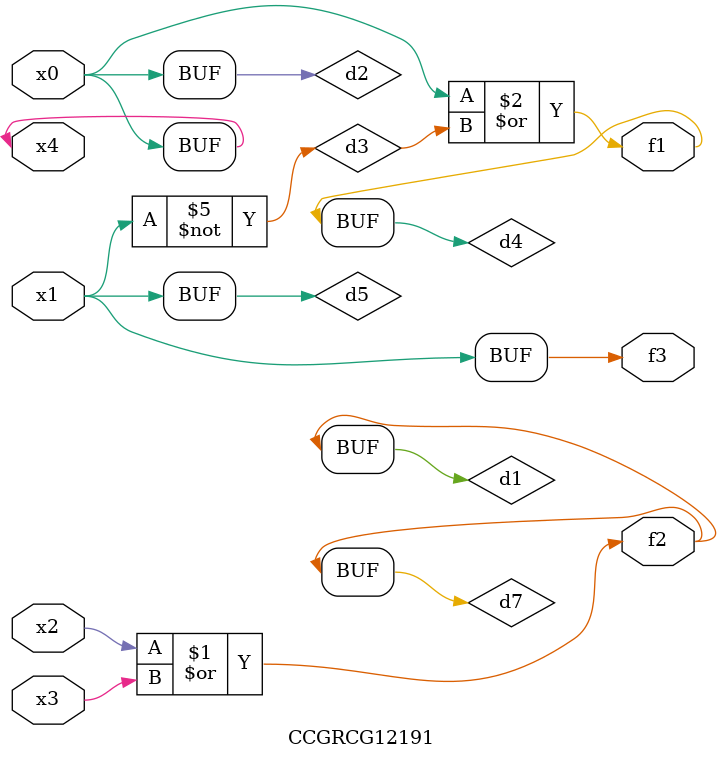
<source format=v>
module CCGRCG12191(
	input x0, x1, x2, x3, x4,
	output f1, f2, f3
);

	wire d1, d2, d3, d4, d5, d6, d7;

	or (d1, x2, x3);
	buf (d2, x0, x4);
	not (d3, x1);
	or (d4, d2, d3);
	not (d5, d3);
	nand (d6, d1, d3);
	or (d7, d1);
	assign f1 = d4;
	assign f2 = d7;
	assign f3 = d5;
endmodule

</source>
